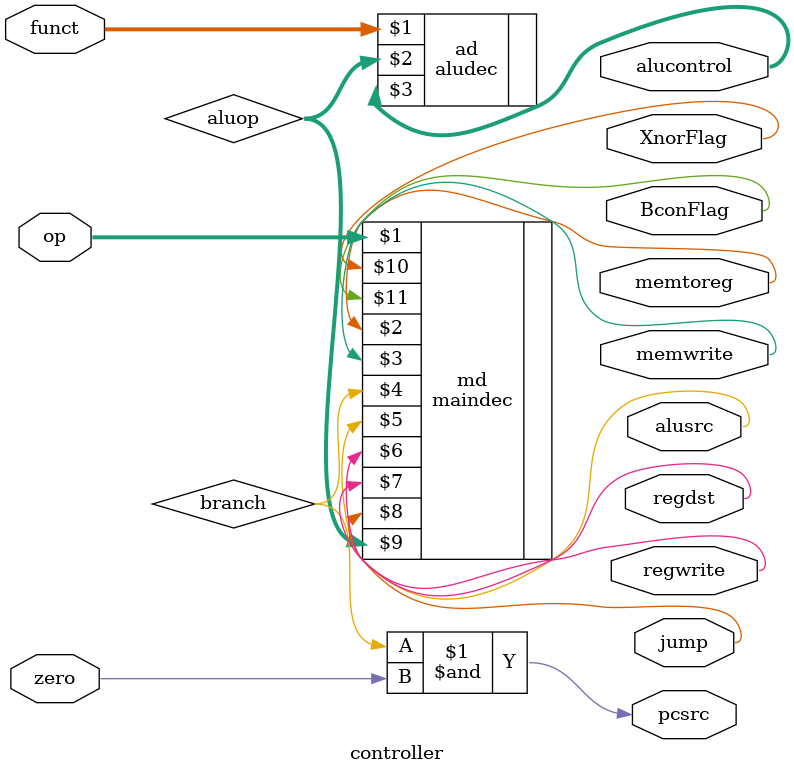
<source format=sv>
module controller(input  logic[5:0] op, funct,
                  input  logic     zero,
                  output logic     memtoreg, memwrite,
                  output logic     pcsrc,
                  output logic     alusrc,
                  output logic     regdst, regwrite,
                  output logic     jump,
                  output logic[2:0] alucontrol,
                  output logic	   XnorFlag,
		          output logic	   BconFlag
		          );

   logic [1:0] aluop;
   logic       branch;

   maindec md (op, memtoreg, memwrite, branch, alusrc, regdst, regwrite, 
		 jump, aluop, XnorFlag, BconFlag);

   aludec  ad (funct, aluop, alucontrol);

   assign pcsrc = branch & zero;

endmodule
</source>
